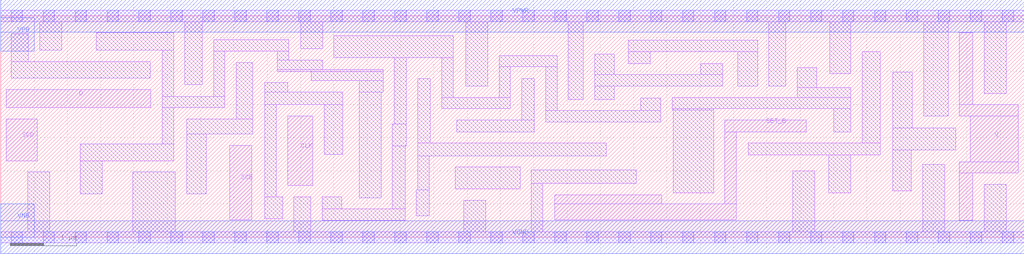
<source format=lef>
# Copyright 2020 The SkyWater PDK Authors
#
# Licensed under the Apache License, Version 2.0 (the "License");
# you may not use this file except in compliance with the License.
# You may obtain a copy of the License at
#
#     https://www.apache.org/licenses/LICENSE-2.0
#
# Unless required by applicable law or agreed to in writing, software
# distributed under the License is distributed on an "AS IS" BASIS,
# WITHOUT WARRANTIES OR CONDITIONS OF ANY KIND, either express or implied.
# See the License for the specific language governing permissions and
# limitations under the License.
#
# SPDX-License-Identifier: Apache-2.0

VERSION 5.5 ;
NAMESCASESENSITIVE ON ;
BUSBITCHARS "[]" ;
DIVIDERCHAR "/" ;
MACRO sky130_fd_sc_lp__sdfstp_2
  CLASS CORE ;
  SOURCE USER ;
  ORIGIN  0.000000  0.000000 ;
  SIZE  15.36000 BY  3.330000 ;
  SYMMETRY X Y R90 ;
  SITE unit ;
  PIN D
    ANTENNAGATEAREA  0.159000 ;
    DIRECTION INPUT ;
    USE SIGNAL ;
    PORT
      LAYER li1 ;
        RECT 0.085000 1.950000 2.255000 2.225000 ;
    END
  END D
  PIN Q
    ANTENNADIFFAREA  0.588000 ;
    DIRECTION OUTPUT ;
    USE SIGNAL ;
    PORT
      LAYER li1 ;
        RECT 14.390000 0.255000 14.590000 0.965000 ;
        RECT 14.390000 0.965000 15.275000 1.135000 ;
        RECT 14.390000 1.825000 15.275000 1.995000 ;
        RECT 14.390000 1.995000 14.590000 3.075000 ;
        RECT 14.555000 1.135000 15.275000 1.825000 ;
    END
  END Q
  PIN SCD
    ANTENNAGATEAREA  0.159000 ;
    DIRECTION INPUT ;
    USE SIGNAL ;
    PORT
      LAYER li1 ;
        RECT 0.085000 1.150000 0.550000 1.780000 ;
    END
  END SCD
  PIN SCE
    ANTENNAGATEAREA  0.318000 ;
    DIRECTION INPUT ;
    USE SIGNAL ;
    PORT
      LAYER li1 ;
        RECT 3.435000 0.265000 3.765000 1.380000 ;
    END
  END SCE
  PIN SET_B
    ANTENNAGATEAREA  0.252000 ;
    DIRECTION INPUT ;
    USE SIGNAL ;
    PORT
      LAYER li1 ;
        RECT  8.315000 0.265000 11.040000 0.500000 ;
        RECT  8.315000 0.500000  9.925000 0.640000 ;
        RECT 10.870000 0.500000 11.040000 1.585000 ;
        RECT 10.870000 1.585000 12.090000 1.765000 ;
    END
  END SET_B
  PIN CLK
    ANTENNAGATEAREA  0.159000 ;
    DIRECTION INPUT ;
    USE CLOCK ;
    PORT
      LAYER li1 ;
        RECT 4.305000 0.780000 4.685000 1.825000 ;
    END
  END CLK
  PIN VGND
    DIRECTION INOUT ;
    USE GROUND ;
    PORT
      LAYER met1 ;
        RECT 0.000000 -0.245000 15.360000 0.245000 ;
    END
  END VGND
  PIN VNB
    DIRECTION INOUT ;
    USE GROUND ;
    PORT
    END
  END VNB
  PIN VPB
    DIRECTION INOUT ;
    USE POWER ;
    PORT
    END
  END VPB
  PIN VNB
    DIRECTION INOUT ;
    USE GROUND ;
    PORT
      LAYER met1 ;
        RECT 0.000000 0.000000 0.500000 0.500000 ;
    END
  END VNB
  PIN VPB
    DIRECTION INOUT ;
    USE POWER ;
    PORT
      LAYER met1 ;
        RECT 0.000000 2.800000 0.500000 3.300000 ;
    END
  END VPB
  PIN VPWR
    DIRECTION INOUT ;
    USE POWER ;
    PORT
      LAYER met1 ;
        RECT 0.000000 3.085000 15.360000 3.575000 ;
    END
  END VPWR
  OBS
    LAYER li1 ;
      RECT  0.000000 -0.085000 15.360000 0.085000 ;
      RECT  0.000000  3.245000 15.360000 3.415000 ;
      RECT  0.155000  2.395000  2.245000 2.645000 ;
      RECT  0.155000  2.645000  0.415000 3.065000 ;
      RECT  0.405000  0.085000  0.735000 0.980000 ;
      RECT  0.585000  2.815000  0.915000 3.245000 ;
      RECT  1.195000  0.650000  1.525000 1.150000 ;
      RECT  1.195000  1.150000  2.595000 1.405000 ;
      RECT  1.430000  2.815000  2.595000 3.075000 ;
      RECT  1.985000  0.085000  2.620000 0.980000 ;
      RECT  2.425000  1.405000  2.595000 1.950000 ;
      RECT  2.425000  1.950000  3.365000 2.120000 ;
      RECT  2.425000  2.120000  2.595000 2.815000 ;
      RECT  2.765000  2.300000  3.025000 3.245000 ;
      RECT  2.790000  0.650000  3.085000 1.550000 ;
      RECT  2.790000  1.550000  3.785000 1.780000 ;
      RECT  3.195000  2.120000  3.365000 2.800000 ;
      RECT  3.195000  2.800000  4.320000 2.970000 ;
      RECT  3.535000  1.780000  3.785000 2.630000 ;
      RECT  3.965000  0.280000  4.230000 0.610000 ;
      RECT  3.965000  0.610000  4.135000 1.995000 ;
      RECT  3.965000  1.995000  5.135000 2.185000 ;
      RECT  3.965000  2.185000  4.305000 2.325000 ;
      RECT  4.150000  2.495000  5.740000 2.525000 ;
      RECT  4.150000  2.525000  4.830000 2.665000 ;
      RECT  4.150000  2.665000  4.320000 2.800000 ;
      RECT  4.400000  0.085000  4.655000 0.610000 ;
      RECT  4.500000  2.835000  4.830000 3.245000 ;
      RECT  4.660000  2.355000  5.740000 2.495000 ;
      RECT  4.825000  0.255000  6.070000 0.425000 ;
      RECT  4.825000  0.425000  5.120000 0.610000 ;
      RECT  4.855000  1.245000  5.135000 1.995000 ;
      RECT  5.000000  2.705000  6.790000 3.035000 ;
      RECT  5.380000  0.595000  5.710000 2.185000 ;
      RECT  5.380000  2.185000  5.740000 2.355000 ;
      RECT  5.880000  0.425000  6.070000 1.375000 ;
      RECT  5.880000  1.375000  6.090000 1.705000 ;
      RECT  5.910000  1.705000  6.090000 2.705000 ;
      RECT  6.240000  0.325000  6.430000 0.715000 ;
      RECT  6.260000  0.715000  6.430000 1.225000 ;
      RECT  6.260000  1.225000  9.085000 1.415000 ;
      RECT  6.260000  1.415000  6.450000 2.385000 ;
      RECT  6.620000  1.935000  7.650000 2.105000 ;
      RECT  6.620000  2.105000  6.790000 2.705000 ;
      RECT  6.825000  0.725000  7.795000 1.055000 ;
      RECT  6.845000  1.585000  8.010000 1.765000 ;
      RECT  6.950000  0.085000  7.280000 0.555000 ;
      RECT  6.980000  2.275000  7.310000 3.245000 ;
      RECT  7.480000  2.105000  7.650000 2.565000 ;
      RECT  7.480000  2.565000  8.350000 2.735000 ;
      RECT  7.820000  1.765000  8.010000 2.385000 ;
      RECT  7.965000  0.085000  8.135000 0.810000 ;
      RECT  7.965000  0.810000  9.540000 1.010000 ;
      RECT  8.180000  1.735000  9.910000 1.905000 ;
      RECT  8.180000  1.905000  8.350000 2.565000 ;
      RECT  8.520000  2.075000  8.745000 3.245000 ;
      RECT  8.915000  2.075000  9.210000 2.275000 ;
      RECT  8.915000  2.275000 10.840000 2.445000 ;
      RECT  8.915000  2.445000  9.210000 2.755000 ;
      RECT  9.420000  2.615000  9.750000 2.795000 ;
      RECT  9.420000  2.795000 11.360000 2.965000 ;
      RECT  9.610000  1.905000  9.910000 2.095000 ;
      RECT 10.080000  1.915000 10.700000 1.935000 ;
      RECT 10.080000  1.935000 12.760000 2.105000 ;
      RECT 10.095000  0.670000 10.700000 1.915000 ;
      RECT 10.510000  2.445000 10.840000 2.615000 ;
      RECT 11.060000  2.275000 11.360000 2.795000 ;
      RECT 11.220000  1.235000 13.200000 1.415000 ;
      RECT 11.530000  2.275000 11.785000 3.245000 ;
      RECT 11.885000  0.085000 12.215000 0.995000 ;
      RECT 11.955000  2.105000 12.760000 2.255000 ;
      RECT 11.955000  2.255000 12.250000 2.550000 ;
      RECT 12.425000  0.665000 12.755000 1.235000 ;
      RECT 12.440000  2.460000 12.760000 3.245000 ;
      RECT 12.500000  1.585000 12.760000 1.935000 ;
      RECT 12.930000  1.415000 13.200000 2.790000 ;
      RECT 13.390000  0.700000 13.670000 1.315000 ;
      RECT 13.390000  1.315000 14.335000 1.645000 ;
      RECT 13.390000  1.645000 13.685000 2.485000 ;
      RECT 13.840000  0.085000 14.170000 1.095000 ;
      RECT 13.855000  1.825000 14.220000 3.245000 ;
      RECT 14.760000  0.085000 15.090000 0.795000 ;
      RECT 14.760000  2.165000 15.090000 3.245000 ;
    LAYER mcon ;
      RECT  0.155000 -0.085000  0.325000 0.085000 ;
      RECT  0.155000  3.245000  0.325000 3.415000 ;
      RECT  0.635000 -0.085000  0.805000 0.085000 ;
      RECT  0.635000  3.245000  0.805000 3.415000 ;
      RECT  1.115000 -0.085000  1.285000 0.085000 ;
      RECT  1.115000  3.245000  1.285000 3.415000 ;
      RECT  1.595000 -0.085000  1.765000 0.085000 ;
      RECT  1.595000  3.245000  1.765000 3.415000 ;
      RECT  2.075000 -0.085000  2.245000 0.085000 ;
      RECT  2.075000  3.245000  2.245000 3.415000 ;
      RECT  2.555000 -0.085000  2.725000 0.085000 ;
      RECT  2.555000  3.245000  2.725000 3.415000 ;
      RECT  3.035000 -0.085000  3.205000 0.085000 ;
      RECT  3.035000  3.245000  3.205000 3.415000 ;
      RECT  3.515000 -0.085000  3.685000 0.085000 ;
      RECT  3.515000  3.245000  3.685000 3.415000 ;
      RECT  3.995000 -0.085000  4.165000 0.085000 ;
      RECT  3.995000  3.245000  4.165000 3.415000 ;
      RECT  4.475000 -0.085000  4.645000 0.085000 ;
      RECT  4.475000  3.245000  4.645000 3.415000 ;
      RECT  4.955000 -0.085000  5.125000 0.085000 ;
      RECT  4.955000  3.245000  5.125000 3.415000 ;
      RECT  5.435000 -0.085000  5.605000 0.085000 ;
      RECT  5.435000  3.245000  5.605000 3.415000 ;
      RECT  5.915000 -0.085000  6.085000 0.085000 ;
      RECT  5.915000  3.245000  6.085000 3.415000 ;
      RECT  6.395000 -0.085000  6.565000 0.085000 ;
      RECT  6.395000  3.245000  6.565000 3.415000 ;
      RECT  6.875000 -0.085000  7.045000 0.085000 ;
      RECT  6.875000  3.245000  7.045000 3.415000 ;
      RECT  7.355000 -0.085000  7.525000 0.085000 ;
      RECT  7.355000  3.245000  7.525000 3.415000 ;
      RECT  7.835000 -0.085000  8.005000 0.085000 ;
      RECT  7.835000  3.245000  8.005000 3.415000 ;
      RECT  8.315000 -0.085000  8.485000 0.085000 ;
      RECT  8.315000  3.245000  8.485000 3.415000 ;
      RECT  8.795000 -0.085000  8.965000 0.085000 ;
      RECT  8.795000  3.245000  8.965000 3.415000 ;
      RECT  9.275000 -0.085000  9.445000 0.085000 ;
      RECT  9.275000  3.245000  9.445000 3.415000 ;
      RECT  9.755000 -0.085000  9.925000 0.085000 ;
      RECT  9.755000  3.245000  9.925000 3.415000 ;
      RECT 10.235000 -0.085000 10.405000 0.085000 ;
      RECT 10.235000  3.245000 10.405000 3.415000 ;
      RECT 10.715000 -0.085000 10.885000 0.085000 ;
      RECT 10.715000  3.245000 10.885000 3.415000 ;
      RECT 11.195000 -0.085000 11.365000 0.085000 ;
      RECT 11.195000  3.245000 11.365000 3.415000 ;
      RECT 11.675000 -0.085000 11.845000 0.085000 ;
      RECT 11.675000  3.245000 11.845000 3.415000 ;
      RECT 12.155000 -0.085000 12.325000 0.085000 ;
      RECT 12.155000  3.245000 12.325000 3.415000 ;
      RECT 12.635000 -0.085000 12.805000 0.085000 ;
      RECT 12.635000  3.245000 12.805000 3.415000 ;
      RECT 13.115000 -0.085000 13.285000 0.085000 ;
      RECT 13.115000  3.245000 13.285000 3.415000 ;
      RECT 13.595000 -0.085000 13.765000 0.085000 ;
      RECT 13.595000  3.245000 13.765000 3.415000 ;
      RECT 14.075000 -0.085000 14.245000 0.085000 ;
      RECT 14.075000  3.245000 14.245000 3.415000 ;
      RECT 14.555000 -0.085000 14.725000 0.085000 ;
      RECT 14.555000  3.245000 14.725000 3.415000 ;
      RECT 15.035000 -0.085000 15.205000 0.085000 ;
      RECT 15.035000  3.245000 15.205000 3.415000 ;
  END
END sky130_fd_sc_lp__sdfstp_2
END LIBRARY

</source>
